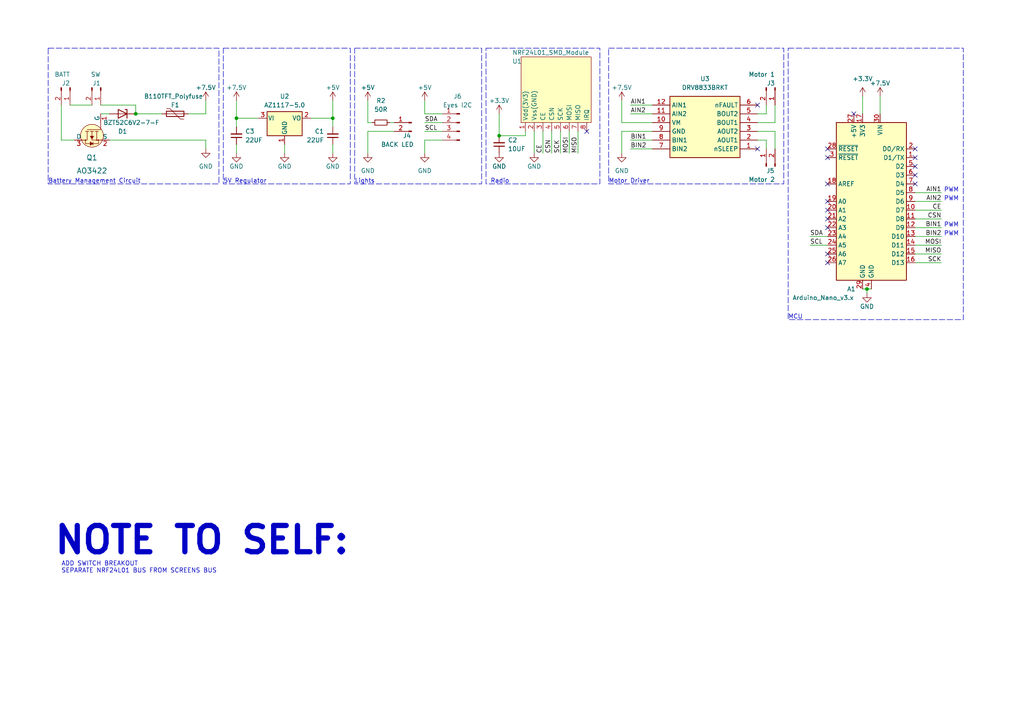
<source format=kicad_sch>
(kicad_sch (version 20230121) (generator eeschema)
  (paper "A4")
  (lib_symbols
    (symbol "Connector:Conn_01x02_Male" (pin_names (offset 1.016) hide)
      (property "Reference" "J" (at 0 2.54 0))
      (property "Value" "Conn_01x02_Male" (at 0 -5.08 0))
      (symbol "Conn_01x02_Male_1_1"
        (polyline (pts (xy 1.27 -2.54) (xy 0.8636 -2.54)) (stroke (width 0.1524)))
        (polyline (pts (xy 1.27 0) (xy 0.8636 0)) (stroke (width 0.1524)))
        (rectangle (start 0.8636 -2.413) (end 0 -2.667) (stroke (width 0.1524)) (fill (type outline)))
        (rectangle (start 0.8636 0.127) (end 0 -0.127) (stroke (width 0.1524)) (fill (type outline)))
        (pin passive line (at 5.08 0 180) (length 3.81) (name "Pin_1") (number "1"))
        (pin passive line (at 5.08 -2.54 180) (length 3.81) (name "Pin_2") (number "2"))
      )
    )
    (symbol "Connector:Conn_01x04_Pin" (pin_names (offset 1.016) hide)
      (property "Reference" "J" (at 0 5.08 0))
      (property "Value" "Conn_01x04_Pin" (at 0 -7.62 0))
      (symbol "Conn_01x04_Pin_1_1"
        (polyline (pts (xy 1.27 -5.08) (xy 0.8636 -5.08)) (stroke (width 0.1524)))
        (polyline (pts (xy 1.27 -2.54) (xy 0.8636 -2.54)) (stroke (width 0.1524)))
        (polyline (pts (xy 1.27 0) (xy 0.8636 0)) (stroke (width 0.1524)))
        (polyline (pts (xy 1.27 2.54) (xy 0.8636 2.54)) (stroke (width 0.1524)))
        (rectangle (start 0.8636 -4.953) (end 0 -5.207) (stroke (width 0.1524)) (fill (type outline)))
        (rectangle (start 0.8636 -2.413) (end 0 -2.667) (stroke (width 0.1524)) (fill (type outline)))
        (rectangle (start 0.8636 0.127) (end 0 -0.127) (stroke (width 0.1524)) (fill (type outline)))
        (rectangle (start 0.8636 2.667) (end 0 2.413) (stroke (width 0.1524)) (fill (type outline)))
        (pin passive line (at 5.08 2.54 180) (length 3.81) (name "Pin_1") (number "1"))
        (pin passive line (at 5.08 0 180) (length 3.81) (name "Pin_2") (number "2"))
        (pin passive line (at 5.08 -2.54 180) (length 3.81) (name "Pin_3") (number "3"))
        (pin passive line (at 5.08 -5.08 180) (length 3.81) (name "Pin_4") (number "4"))
      )
    )
    (symbol "DRV8833BRKT:DRV8833BRKT"
      (property "Reference" "U" (at 0 12.7 0))
      (property "Value" "DRV8833BRKT" (at 0 10.16 0))
      (symbol "DRV8833BRKT_0_1"
        (rectangle (start -10.16 8.89) (end 10.16 -8.89) (stroke (width 0.254)) (fill (type background)))
      )
      (symbol "DRV8833BRKT_1_1"
        (pin input line (at -15.24 6.35 0) (length 5.08) (name "nSLEEP") (number "1"))
        (pin power_in line (at 15.24 -1.27 180) (length 5.08) (name "VM") (number "10"))
        (pin input line (at 15.24 -3.81 180) (length 5.08) (name "AIN2") (number "11"))
        (pin input line (at 15.24 -6.35 180) (length 5.08) (name "AIN1") (number "12"))
        (pin power_out line (at -15.24 3.81 0) (length 5.08) (name "AOUT1") (number "2"))
        (pin power_out line (at -15.24 1.27 0) (length 5.08) (name "AOUT2") (number "3"))
        (pin power_out line (at -15.24 -1.27 0) (length 5.08) (name "BOUT1") (number "4"))
        (pin power_out line (at -15.24 -3.81 0) (length 5.08) (name "BOUT2") (number "5"))
        (pin open_collector line (at -15.24 -6.35 0) (length 5.08) (name "nFAULT") (number "6"))
        (pin input line (at 15.24 6.35 180) (length 5.08) (name "BIN2") (number "7"))
        (pin input line (at 15.24 3.81 180) (length 5.08) (name "BIN1") (number "8"))
        (pin power_in line (at 15.24 1.27 180) (length 5.08) (name "GND") (number "9"))
      )
    )
    (symbol "Device:C_Small" (pin_numbers hide) (pin_names (offset 0.254) hide)
      (property "Reference" "C" (at 0.254 1.778 0))
      (property "Value" "C_Small" (at 0.254 -2.032 0))
      (symbol "C_Small_0_1"
        (polyline (pts (xy -1.524 -0.508) (xy 1.524 -0.508)) (stroke (width 0.3302)))
        (polyline (pts (xy -1.524 0.508) (xy 1.524 0.508)) (stroke (width 0.3048)))
      )
      (symbol "C_Small_1_1"
        (pin passive line (at 0 2.54 270) (length 2.032) (name "~") (number "1"))
        (pin passive line (at 0 -2.54 90) (length 2.032) (name "~") (number "2"))
      )
    )
    (symbol "Device:D_Zener" (pin_numbers hide) (pin_names (offset 1.016) hide)
      (property "Reference" "D" (at 0 2.54 0))
      (property "Value" "D_Zener" (at 0 -2.54 0))
      (symbol "D_Zener_0_1"
        (polyline (pts (xy 1.27 0) (xy -1.27 0)))
        (polyline (pts (xy -1.27 -1.27) (xy -1.27 1.27) (xy -0.762 1.27)) (stroke (width 0.254)))
        (polyline (pts (xy 1.27 -1.27) (xy 1.27 1.27) (xy -1.27 0) (xy 1.27 -1.27)) (stroke (width 0.254)))
      )
      (symbol "D_Zener_1_1"
        (pin passive line (at -3.81 0 0) (length 2.54) (name "K") (number "1"))
        (pin passive line (at 3.81 0 180) (length 2.54) (name "A") (number "2"))
      )
    )
    (symbol "Device:Polyfuse" (pin_numbers hide) (pin_names (offset 0))
      (property "Reference" "F" (at -2.54 0 90))
      (property "Value" "Polyfuse" (at 2.54 0 90))
      (symbol "Polyfuse_0_1"
        (rectangle (start -0.762 2.54) (end 0.762 -2.54) (stroke (width 0.254)))
        (polyline (pts (xy 0 2.54) (xy 0 -2.54)))
        (polyline (pts (xy -1.524 2.54) (xy -1.524 1.524) (xy 1.524 -1.524) (xy 1.524 -2.54)))
      )
      (symbol "Polyfuse_1_1"
        (pin passive line (at 0 3.81 270) (length 1.27) (name "~") (number "1"))
        (pin passive line (at 0 -3.81 90) (length 1.27) (name "~") (number "2"))
      )
    )
    (symbol "Device:R_Small" (pin_numbers hide) (pin_names (offset 0.254) hide)
      (property "Reference" "R" (at 0.762 0.508 0))
      (property "Value" "R_Small" (at 0.762 -1.016 0))
      (symbol "R_Small_0_1"
        (rectangle (start -0.762 1.778) (end 0.762 -1.778) (stroke (width 0.2032)))
      )
      (symbol "R_Small_1_1"
        (pin passive line (at 0 2.54 270) (length 0.762) (name "~") (number "1"))
        (pin passive line (at 0 -2.54 90) (length 0.762) (name "~") (number "2"))
      )
    )
    (symbol "MCU_Module:Arduino_Nano_v3.x"
      (property "Reference" "A" (at -10.16 23.495 0))
      (property "Value" "Arduino_Nano_v3.x" (at 5.08 -24.13 0))
      (symbol "Arduino_Nano_v3.x_0_1"
        (rectangle (start -10.16 22.86) (end 10.16 -22.86) (stroke (width 0.254)) (fill (type background)))
      )
      (symbol "Arduino_Nano_v3.x_1_1"
        (pin bidirectional line (at -12.7 12.7 0) (length 2.54) (name "D1/TX") (number "1"))
        (pin bidirectional line (at -12.7 -2.54 0) (length 2.54) (name "D7") (number "10"))
        (pin bidirectional line (at -12.7 -5.08 0) (length 2.54) (name "D8") (number "11"))
        (pin bidirectional line (at -12.7 -7.62 0) (length 2.54) (name "D9") (number "12"))
        (pin bidirectional line (at -12.7 -10.16 0) (length 2.54) (name "D10") (number "13"))
        (pin bidirectional line (at -12.7 -12.7 0) (length 2.54) (name "D11") (number "14"))
        (pin bidirectional line (at -12.7 -15.24 0) (length 2.54) (name "D12") (number "15"))
        (pin bidirectional line (at -12.7 -17.78 0) (length 2.54) (name "D13") (number "16"))
        (pin power_out line (at 2.54 25.4 270) (length 2.54) (name "3V3") (number "17"))
        (pin input line (at 12.7 5.08 180) (length 2.54) (name "AREF") (number "18"))
        (pin bidirectional line (at 12.7 0 180) (length 2.54) (name "A0") (number "19"))
        (pin bidirectional line (at -12.7 15.24 0) (length 2.54) (name "D0/RX") (number "2"))
        (pin bidirectional line (at 12.7 -2.54 180) (length 2.54) (name "A1") (number "20"))
        (pin bidirectional line (at 12.7 -5.08 180) (length 2.54) (name "A2") (number "21"))
        (pin bidirectional line (at 12.7 -7.62 180) (length 2.54) (name "A3") (number "22"))
        (pin bidirectional line (at 12.7 -10.16 180) (length 2.54) (name "A4") (number "23"))
        (pin bidirectional line (at 12.7 -12.7 180) (length 2.54) (name "A5") (number "24"))
        (pin bidirectional line (at 12.7 -15.24 180) (length 2.54) (name "A6") (number "25"))
        (pin bidirectional line (at 12.7 -17.78 180) (length 2.54) (name "A7") (number "26"))
        (pin power_out line (at 5.08 25.4 270) (length 2.54) (name "+5V") (number "27"))
        (pin input line (at 12.7 15.24 180) (length 2.54) (name "~{RESET}") (number "28"))
        (pin power_in line (at 2.54 -25.4 90) (length 2.54) (name "GND") (number "29"))
        (pin input line (at 12.7 12.7 180) (length 2.54) (name "~{RESET}") (number "3"))
        (pin power_in line (at -2.54 25.4 270) (length 2.54) (name "VIN") (number "30"))
        (pin power_in line (at 0 -25.4 90) (length 2.54) (name "GND") (number "4"))
        (pin bidirectional line (at -12.7 10.16 0) (length 2.54) (name "D2") (number "5"))
        (pin bidirectional line (at -12.7 7.62 0) (length 2.54) (name "D3") (number "6"))
        (pin bidirectional line (at -12.7 5.08 0) (length 2.54) (name "D4") (number "7"))
        (pin bidirectional line (at -12.7 2.54 0) (length 2.54) (name "D5") (number "8"))
        (pin bidirectional line (at -12.7 0 0) (length 2.54) (name "D6") (number "9"))
      )
    )
    (symbol "RF_Module:NRF24L01_SMD_Module"
      (property "Reference" "U" (at 0 3.81 0))
      (property "Value" "NRF24L01_SMD_Module" (at 0 1.27 0))
      (symbol "NRF24L01_SMD_Module_1_1"
        (rectangle (start -10.16 0) (end 10.16 -19.05) (fill (type background)))
        (pin input line (at -8.89 -21.59 90) (length 2.54) (name "Vdd(3V3)") (number "1"))
        (pin input line (at -6.35 -21.59 90) (length 2.54) (name "Vss(GND)") (number "2"))
        (pin input line (at -3.81 -21.59 90) (length 2.54) (name "CE") (number "3"))
        (pin input line (at -1.27 -21.59 90) (length 2.54) (name "CSN") (number "4"))
        (pin input line (at 1.27 -21.59 90) (length 2.54) (name "SCK") (number "5"))
        (pin input line (at 3.81 -21.59 90) (length 2.54) (name "MOSI") (number "6"))
        (pin input line (at 6.35 -21.59 90) (length 2.54) (name "MISO") (number "7"))
        (pin input line (at 8.89 -21.59 90) (length 2.54) (name "IRQ") (number "8"))
      )
    )
    (symbol "Regulator_Linear:AZ1117-5.0" (pin_names (offset 0.254))
      (property "Reference" "U" (at -3.81 3.175 0))
      (property "Value" "AZ1117-5.0" (at 0 3.175 0))
      (symbol "AZ1117-5.0_0_1"
        (rectangle (start -5.08 1.905) (end 5.08 -5.08) (stroke (width 0.254)) (fill (type background)))
      )
      (symbol "AZ1117-5.0_1_1"
        (pin power_in line (at 0 -7.62 90) (length 2.54) (name "GND") (number "1"))
        (pin power_out line (at 7.62 0 180) (length 2.54) (name "VO") (number "2"))
        (pin power_in line (at -7.62 0 0) (length 2.54) (name "VI") (number "3"))
      )
    )
    (symbol "dk_Transistors-FETs-MOSFETs-Single:AO3401A" (pin_names (offset 0))
      (property "Reference" "Q" (at -2.6924 3.6322 0))
      (property "Value" "AO3401A" (at 3.4544 0 90))
      (symbol "AO3401A_0_1"
        (circle (center -1.27 0) (radius 3.302) (fill (type background)))
        (circle (center 0 -1.905) (radius 0.127))
        (circle (center 0 -1.397) (radius 0.127))
        (polyline (pts (xy 0 -1.397) (xy -2.54 -1.397)))
        (polyline (pts (xy -5.08 -2.54) (xy -3.048 -2.54) (xy -3.048 1.397)))
        (polyline (pts (xy 0 -2.54) (xy 0 0) (xy -2.54 0)))
        (polyline (pts (xy 0 2.54) (xy 0 1.397) (xy -2.54 1.397)))
        (polyline (pts (xy -0.127 -1.905) (xy 1.016 -1.905) (xy 1.016 1.397) (xy 1.016 1.905) (xy -0.127 1.905)))
        (circle (center 0 1.905) (radius 0.127))
      )
      (symbol "AO3401A_1_1"
        (polyline (pts (xy -2.54 -1.397) (xy -2.54 -1.905)))
        (polyline (pts (xy -2.54 -1.397) (xy -2.54 -0.889)))
        (polyline (pts (xy -2.54 0) (xy -2.54 -0.508)))
        (polyline (pts (xy -2.54 0) (xy -2.54 0.508)))
        (polyline (pts (xy -2.54 1.905) (xy -2.54 0.889)))
        (polyline (pts (xy 1.524 -0.3048) (xy 0.508 -0.3048)))
        (polyline (pts (xy -0.381 0) (xy -1.143 0.508) (xy -1.143 -0.508) (xy -0.381 0)) (fill (type outline)))
        (polyline (pts (xy 1.016 -0.254) (xy 0.508 0.508) (xy 1.524 0.508) (xy 1.016 -0.254)) (fill (type outline)))
        (pin bidirectional line (at -7.62 -2.54 0) (length 2.54) (name "G") (number "1"))
        (pin bidirectional line (at 0 -5.08 90) (length 2.54) (name "S") (number "2"))
        (pin bidirectional line (at 0 5.08 270) (length 2.54) (name "D") (number "3"))
      )
    )
    (symbol "power:+3.3V" (power) (pin_names (offset 0))
      (property "Value" "+3.3V" (at 0 3.556 0))
      (symbol "+3.3V_0_1"
        (polyline (pts (xy -0.762 1.27) (xy 0 2.54)))
        (polyline (pts (xy 0 0) (xy 0 2.54)))
        (polyline (pts (xy 0 2.54) (xy 0.762 1.27)))
      )
      (symbol "+3.3V_1_1"
        (pin power_in line (at 0 0 90) (length 0) hide (name "+3.3V") (number "1"))
      )
    )
    (symbol "power:+5V" (power) (pin_names (offset 0))
      (property "Value" "+5V" (at 0 3.556 0))
      (symbol "+5V_0_1"
        (polyline (pts (xy -0.762 1.27) (xy 0 2.54)))
        (polyline (pts (xy 0 0) (xy 0 2.54)))
        (polyline (pts (xy 0 2.54) (xy 0.762 1.27)))
      )
      (symbol "+5V_1_1"
        (pin power_in line (at 0 0 90) (length 0) hide (name "+5V") (number "1"))
      )
    )
    (symbol "power:+7.5V" (power) (pin_names (offset 0))
      (property "Value" "+7.5V" (at 0 3.556 0))
      (symbol "+7.5V_0_1"
        (polyline (pts (xy -0.762 1.27) (xy 0 2.54)))
        (polyline (pts (xy 0 0) (xy 0 2.54)))
        (polyline (pts (xy 0 2.54) (xy 0.762 1.27)))
      )
      (symbol "+7.5V_1_1"
        (pin power_in line (at 0 0 90) (length 0) hide (name "+7.5V") (number "1"))
      )
    )
    (symbol "power:GND" (power) (pin_names (offset 0))
      (property "Value" "GND" (at 0 -3.81 0))
      (symbol "GND_0_1"
        (polyline (pts (xy 0 0) (xy 0 -1.27) (xy 1.27 -1.27) (xy 0 -2.54) (xy -1.27 -1.27) (xy 0 -1.27)))
      )
      (symbol "GND_1_1"
        (pin power_in line (at 0 0 270) (length 0) hide (name "GND") (number "1"))
      )
    )
  )
  (junction (at 144.78 39.37))
  (junction (at 68.58 34.29))
  (junction (at 39.37 33.02))
  (junction (at 96.52 34.29))
  (junction (at 251.46 83.82))
  (no_connect (at 170.18 38.1))
  (no_connect (at 240.03 60.96))
  (no_connect (at 247.65 33.02))
  (no_connect (at 219.71 30.48))
  (no_connect (at 240.03 45.72))
  (no_connect (at 265.43 45.72))
  (no_connect (at 240.03 53.34))
  (no_connect (at 240.03 63.5))
  (no_connect (at 219.71 43.18))
  (no_connect (at 265.43 48.26))
  (no_connect (at 240.03 76.2))
  (no_connect (at 240.03 66.04))
  (no_connect (at 265.43 50.8))
  (no_connect (at 240.03 43.18))
  (no_connect (at 265.43 43.18))
  (no_connect (at 240.03 73.66))
  (no_connect (at 265.43 53.34))
  (no_connect (at 240.03 58.42))
  (wire (pts (xy 251.46 83.82) (xy 251.46 85.09)))
  (wire (pts (xy 222.25 40.64) (xy 222.25 43.18)))
  (wire (pts (xy 31.75 33.02) (xy 29.21 33.02)))
  (wire (pts (xy 123.19 29.21) (xy 123.19 33.02)))
  (wire (pts (xy 265.43 68.58) (xy 273.05 68.58)))
  (wire (pts (xy 157.48 38.1) (xy 157.48 44.45)))
  (wire (pts (xy 182.88 40.64) (xy 189.23 40.64)))
  (wire (pts (xy 250.19 83.82) (xy 251.46 83.82)))
  (wire (pts (xy 123.19 40.64) (xy 123.19 44.45)))
  (wire (pts (xy 234.95 68.58) (xy 240.03 68.58)))
  (wire (pts (xy 265.43 71.12) (xy 273.05 71.12)))
  (wire (pts (xy 265.43 66.04) (xy 273.05 66.04)))
  (wire (pts (xy 90.17 34.29) (xy 96.52 34.29)))
  (wire (pts (xy 128.27 40.64) (xy 123.19 40.64)))
  (wire (pts (xy 265.43 58.42) (xy 273.05 58.42)))
  (wire (pts (xy 21.59 40.64) (xy 17.78 40.64)))
  (wire (pts (xy 106.68 38.1) (xy 114.3 38.1)))
  (wire (pts (xy 265.43 55.88) (xy 273.05 55.88)))
  (wire (pts (xy 224.79 35.56) (xy 224.79 30.48)))
  (wire (pts (xy 59.69 40.64) (xy 59.69 43.18)))
  (wire (pts (xy 106.68 29.21) (xy 106.68 35.56)))
  (wire (pts (xy 167.64 44.45) (xy 167.64 38.1)))
  (wire (pts (xy 219.71 38.1) (xy 224.79 38.1)))
  (wire (pts (xy 250.19 27.94) (xy 250.19 33.02)))
  (wire (pts (xy 219.71 33.02) (xy 222.25 33.02)))
  (wire (pts (xy 219.71 35.56) (xy 224.79 35.56)))
  (wire (pts (xy 180.34 35.56) (xy 189.23 35.56)))
  (wire (pts (xy 29.21 30.48) (xy 39.37 30.48)))
  (wire (pts (xy 96.52 44.45) (xy 96.52 41.91)))
  (wire (pts (xy 123.19 38.1) (xy 128.27 38.1)))
  (wire (pts (xy 219.71 40.64) (xy 222.25 40.64)))
  (wire (pts (xy 154.94 38.1) (xy 154.94 44.45)))
  (wire (pts (xy 180.34 29.21) (xy 180.34 35.56)))
  (wire (pts (xy 17.78 30.48) (xy 17.78 40.64)))
  (wire (pts (xy 165.1 44.45) (xy 165.1 38.1)))
  (wire (pts (xy 82.55 44.45) (xy 82.55 41.91)))
  (wire (pts (xy 68.58 41.91) (xy 68.58 44.45)))
  (wire (pts (xy 39.37 33.02) (xy 46.99 33.02)))
  (wire (pts (xy 59.69 40.64) (xy 31.75 40.64)))
  (wire (pts (xy 222.25 33.02) (xy 222.25 30.48)))
  (wire (pts (xy 144.78 33.02) (xy 144.78 39.37)))
  (wire (pts (xy 255.27 27.94) (xy 255.27 33.02)))
  (wire (pts (xy 96.52 29.21) (xy 96.52 34.29)))
  (wire (pts (xy 59.69 29.21) (xy 59.69 33.02)))
  (wire (pts (xy 96.52 34.29) (xy 96.52 36.83)))
  (wire (pts (xy 224.79 43.18) (xy 224.79 38.1)))
  (wire (pts (xy 160.02 44.45) (xy 160.02 38.1)))
  (wire (pts (xy 180.34 38.1) (xy 180.34 44.45)))
  (wire (pts (xy 182.88 43.18) (xy 189.23 43.18)))
  (wire (pts (xy 152.4 39.37) (xy 144.78 39.37)))
  (wire (pts (xy 265.43 60.96) (xy 273.05 60.96)))
  (wire (pts (xy 39.37 30.48) (xy 39.37 33.02)))
  (wire (pts (xy 182.88 33.02) (xy 189.23 33.02)))
  (wire (pts (xy 180.34 38.1) (xy 189.23 38.1)))
  (wire (pts (xy 68.58 36.83) (xy 68.58 34.29)))
  (wire (pts (xy 265.43 63.5) (xy 273.05 63.5)))
  (wire (pts (xy 68.58 29.21) (xy 68.58 34.29)))
  (wire (pts (xy 59.69 33.02) (xy 54.61 33.02)))
  (wire (pts (xy 251.46 83.82) (xy 252.73 83.82)))
  (wire (pts (xy 106.68 38.1) (xy 106.68 44.45)))
  (wire (pts (xy 182.88 30.48) (xy 189.23 30.48)))
  (wire (pts (xy 162.56 44.45) (xy 162.56 38.1)))
  (wire (pts (xy 123.19 35.56) (xy 128.27 35.56)))
  (wire (pts (xy 234.95 71.12) (xy 240.03 71.12)))
  (wire (pts (xy 265.43 76.2) (xy 273.05 76.2)))
  (wire (pts (xy 20.32 30.48) (xy 26.67 30.48)))
  (wire (pts (xy 106.68 35.56) (xy 107.95 35.56)))
  (wire (pts (xy 128.27 33.02) (xy 123.19 33.02)))
  (wire (pts (xy 265.43 73.66) (xy 273.05 73.66)))
  (wire (pts (xy 68.58 34.29) (xy 74.93 34.29)))
  (wire (pts (xy 114.3 35.56) (xy 113.03 35.56)))
  (wire (pts (xy 152.4 38.1) (xy 152.4 39.37)))
  (rectangle (start 228.6 13.97) (end 279.4 92.71) (stroke (width 0) (type dash)))
  (rectangle (start 102.87 13.97) (end 139.7 53.34) (stroke (width 0) (type dash)))
  (rectangle (start 13.97 13.97) (end 63.5 53.34) (stroke (width 0) (type dash)))
  (rectangle (start 140.97 13.97) (end 173.99 53.34) (stroke (width 0) (type dash)))
  (rectangle (start 64.77 13.97) (end 101.6 53.34) (stroke (width 0) (type dash)))
  (rectangle (start 176.53 13.97) (end 227.33 53.34) (stroke (width 0) (type dash)))
  (text "PWM" (at 278.13 68.58 0) (effects (font (size 1.27 1.27)) (justify right bottom)))
  (text "NOTE TO SELF:" (at 15.24 161.29 0) (effects (font (size 7.62 7.62) (thickness 1.524) bold) (justify left bottom)))
  (text "ADD SWITCH BREAKOUT\nSEPARATE NRF24L01 BUS FROM SCREENS BUS" (at 17.78 166.37 0) (effects (font (size 1.27 1.27)) (justify left bottom)))
  (text "5V Regulator" (at 64.77 53.34 0) (effects (font (size 1.27 1.27)) (justify left bottom)))
  (text "Radio" (at 142.24 53.34 0) (effects (font (size 1.27 1.27)) (justify left bottom)))
  (text "PWM" (at 278.13 66.04 0) (effects (font (size 1.27 1.27)) (justify right bottom)))
  (text "PWM" (at 278.13 55.88 0) (effects (font (size 1.27 1.27)) (justify right bottom)))
  (text "Battery Management Circuit" (at 13.97 53.34 0) (effects (font (size 1.27 1.27)) (justify left bottom)))
  (text "MCU" (at 228.6 92.71 0) (effects (font (size 1.27 1.27)) (justify left bottom)))
  (text "PWM" (at 278.13 58.42 0) (effects (font (size 1.27 1.27)) (justify right bottom)))
  (text "Lights" (at 102.87 53.34 0) (effects (font (size 1.27 1.27)) (justify left bottom)))
  (text "Motor Driver" (at 176.53 53.34 0) (effects (font (size 1.27 1.27)) (justify left bottom)))
  (label "SCL" (at 234.95 71.12 0))
  (label "CE" (at 157.48 44.45 90))
  (label "SCK" (at 162.56 44.45 90))
  (label "BIN2" (at 182.88 43.18 0))
  (label "SCK" (at 273.05 76.2 180))
  (label "SCL" (at 123.19 38.1 0))
  (label "AIN2" (at 273.05 58.42 180))
  (label "BIN2" (at 273.05 68.58 180))
  (label "SDA" (at 234.95 68.58 0))
  (label "BIN1" (at 273.05 66.04 180))
  (label "AIN1" (at 273.05 55.88 180))
  (label "CSN" (at 160.02 44.45 90))
  (label "AIN1" (at 182.88 30.48 0))
  (label "SDA" (at 123.19 35.56 0))
  (label "MOSI" (at 165.1 44.45 90))
  (label "MOSI" (at 273.05 71.12 180))
  (label "CE" (at 273.05 60.96 180))
  (label "AIN2" (at 182.88 33.02 0))
  (label "CSN" (at 273.05 63.5 180))
  (label "MISO" (at 273.05 73.66 180))
  (label "MISO" (at 167.64 44.45 90))
  (label "BIN1" (at 182.88 40.64 0))
  (symbol (lib_id "power:GND") (at 106.68 44.45 0) (unit 1)
    (property "Reference" "#PWR0105" (effects hide))
    (property "Value" "GND" (at 106.68 49.53 0))
  )
  (symbol (lib_id "Connector:Conn_01x02_Male") (at 224.79 25.4 270) (unit 1)
    (property "Reference" "J3" (at 224.79 24.13 90) (effects (justify right)))
    (property "Value" "Motor 1" (at 224.79 21.59 90) (effects (justify right)))
    (property "Footprint" "Connector_PinHeader_2.54mm:PinHeader_1x02_P2.54mm_Vertical" (effects hide))
  )
  (symbol (lib_id "Connector:Conn_01x02_Male") (at 222.25 48.26 90) (unit 1)
    (property "Reference" "J5" (at 222.25 49.53 90) (effects (justify right)))
    (property "Value" "Motor 2" (at 224.79 52.07 90) (effects (justify left)))
    (property "Footprint" "Connector_PinHeader_2.54mm:PinHeader_1x02_P2.54mm_Vertical" (effects hide))
  )
  (symbol (lib_id "dk_Transistors-FETs-MOSFETs-Single:AO3401A") (at 26.67 40.64 90) (mirror x) (unit 1)
    (property "Reference" "Q1" (at 26.67 45.72 90) (effects (font (size 1.524 1.524))))
    (property "Value" "AO3422" (at 26.67 49.53 90) (effects (font (size 1.524 1.524))))
    (property "Footprint" "digikey-footprints:SOT-23-3" (effects hide))
    (property "Datasheet" "http://aosmd.com/res/data_sheets/AO3401A.pdf" (effects hide))
    (property "Digi-Key_PN" "785-1001-1-ND" (effects hide))
    (property "MPN" "AO3401A" (effects hide))
    (property "Category" "Discrete Semiconductor Products" (effects hide))
    (property "Family" "Transistors - FETs, MOSFETs - Single" (effects hide))
    (property "DK_Datasheet_Link" "http://aosmd.com/res/data_sheets/AO3401A.pdf" (effects hide))
    (property "DK_Detail_Page" "/product-detail/en/alpha-omega-semiconductor-inc/AO3401A/785-1001-1-ND/1855943" (effects hide))
    (property "Description" "MOSFET P-CH 30V 4A SOT23" (effects hide))
    (property "Manufacturer" "Alpha & Omega Semiconductor Inc." (effects hide))
    (property "Status" "Active" (effects hide))
  )
  (symbol (lib_id "power:+7.5V") (at 255.27 27.94 0) (unit 1)
    (property "Reference" "#PWR011" (effects hide))
    (property "Value" "+7.5V" (at 255.27 24.13 0))
  )
  (symbol (lib_id "power:+7.5V") (at 68.58 29.21 0) (unit 1)
    (property "Reference" "#PWR02" (effects hide))
    (property "Value" "+7.5V" (at 68.58 25.4 0))
  )
  (symbol (lib_id "power:GND") (at 59.69 43.18 0) (unit 1)
    (property "Reference" "#PWR0108" (effects hide))
    (property "Value" "GND" (at 59.69 48.26 0))
  )
  (symbol (lib_id "power:GND") (at 251.46 85.09 0) (unit 1)
    (property "Reference" "#PWR0116" (effects hide))
    (property "Value" "GND" (at 251.46 88.9 0))
  )
  (symbol (lib_id "power:+5V") (at 123.19 29.21 0) (mirror y) (unit 1)
    (property "Reference" "#PWR08" (effects hide))
    (property "Value" "+5V" (at 123.19 25.4 0))
  )
  (symbol (lib_id "power:+3.3V") (at 144.78 33.02 0) (unit 1)
    (property "Reference" "#PWR04" (effects hide))
    (property "Value" "+3.3V" (at 144.78 29.21 0))
  )
  (symbol (lib_id "Device:C_Small") (at 68.58 39.37 180) (unit 1)
    (property "Reference" "C3" (at 71.12 38.0935 0) (effects (justify right)))
    (property "Value" "22UF" (at 71.12 40.64 0) (effects (justify right)))
    (property "Footprint" "Capacitor_SMD:C_0805_2012Metric_Pad1.18x1.45mm_HandSolder" (effects hide))
  )
  (symbol (lib_id "Device:D_Zener") (at 35.56 33.02 0) (mirror y) (unit 1)
    (property "Reference" "D1" (at 35.56 38.1 0))
    (property "Value" "BZT52C6V2-7-F" (at 38.1 35.56 0))
    (property "Footprint" "Diode_SMD:D_SOD-123" (effects hide))
  )
  (symbol (lib_id "power:GND") (at 96.52 44.45 0) (mirror y) (unit 1)
    (property "Reference" "#PWR0104" (effects hide))
    (property "Value" "GND" (at 96.52 48.26 0))
  )
  (symbol (lib_id "power:+7.5V") (at 180.34 29.21 0) (unit 1)
    (property "Reference" "#PWR0102" (effects hide))
    (property "Value" "+7.5V" (at 180.34 25.4 0))
  )
  (symbol (lib_id "power:GND") (at 82.55 44.45 0) (mirror y) (unit 1)
    (property "Reference" "#PWR06" (effects hide))
    (property "Value" "GND" (at 82.55 48.26 0))
  )
  (symbol (lib_id "Device:Polyfuse") (at 50.8 33.02 90) (mirror x) (unit 1)
    (property "Reference" "F1" (at 50.8 30.48 90))
    (property "Value" "B110TFT_Polyfuse " (at 50.8 27.94 90))
    (property "Footprint" "Fuse:Fuse_1206_3216Metric" (effects hide))
  )
  (symbol (lib_id "RF_Module:NRF24L01_SMD_Module") (at 161.29 16.51 0) (unit 1)
    (property "Reference" "U1" (at 148.59 17.78 0) (effects (justify left)))
    (property "Value" "NRF24L01_SMD_Module" (at 148.59 15.24 0) (effects (justify left)))
    (property "Footprint" "RF_Module:NRF24L01_SMD_Module" (effects hide))
  )
  (symbol (lib_id "power:GND") (at 180.34 44.45 0) (mirror y) (unit 1)
    (property "Reference" "#PWR0101" (effects hide))
    (property "Value" "GND" (at 180.34 49.53 0))
  )
  (symbol (lib_id "MCU_Module:Arduino_Nano_v3.x") (at 252.73 58.42 0) (mirror y) (unit 1)
    (property "Reference" "A1" (at 248.1706 83.82 0) (effects (justify left)))
    (property "Value" "Arduino_Nano_v3.x" (at 247.65 86.36 0) (effects (justify left)))
    (property "Footprint" "Module:Arduino_Nano" (effects hide))
    (property "Datasheet" "http://www.mouser.com/pdfdocs/Gravitech_Arduino_Nano3_0.pdf" (effects hide))
  )
  (symbol (lib_id "power:GND") (at 154.94 44.45 0) (unit 1)
    (property "Reference" "#PWR015" (effects hide))
    (property "Value" "GND" (at 154.94 48.26 0))
  )
  (symbol (lib_id "Device:C_Small") (at 96.52 39.37 180) (unit 1)
    (property "Reference" "C1" (at 93.98 38.1 0) (effects (justify left)))
    (property "Value" "22UF" (at 93.98 40.64 0) (effects (justify left)))
    (property "Footprint" "Capacitor_SMD:C_0805_2012Metric_Pad1.18x1.45mm_HandSolder" (effects hide))
  )
  (symbol (lib_id "Regulator_Linear:AZ1117-5.0") (at 82.55 34.29 0) (unit 1)
    (property "Reference" "U2" (at 82.55 27.94 0))
    (property "Value" "AZ1117-5.0" (at 82.55 30.48 0))
    (property "Footprint" "Package_TO_SOT_SMD:SOT-223-3_TabPin2" (effects hide))
    (property "Datasheet" "https://www.diodes.com/assets/Datasheets/AZ1117.pdf" (effects hide))
  )
  (symbol (lib_id "power:+5V") (at 106.68 29.21 0) (unit 1)
    (property "Reference" "#PWR05" (effects hide))
    (property "Value" "+5V" (at 106.68 25.4 0))
  )
  (symbol (lib_id "power:+7.5V") (at 59.69 29.21 0) (mirror y) (unit 1)
    (property "Reference" "#PWR01" (effects hide))
    (property "Value" "+7.5V" (at 59.69 25.4 0))
  )
  (symbol (lib_id "Connector:Conn_01x02_Male") (at 119.38 35.56 0) (mirror y) (unit 1)
    (property "Reference" "J4" (at 116.84 39.37 0) (effects (justify right)))
    (property "Value" "BACK LED" (at 110.49 41.91 0) (effects (justify right)))
    (property "Footprint" "Connector_PinHeader_2.54mm:PinHeader_1x02_P2.54mm_Vertical" (effects hide))
  )
  (symbol (lib_id "power:+3.3V") (at 250.19 27.94 0) (unit 1)
    (property "Reference" "#PWR010" (effects hide))
    (property "Value" "+3.3V" (at 250.19 22.86 0))
  )
  (symbol (lib_id "Device:R_Small") (at 110.49 35.56 90) (unit 1)
    (property "Reference" "R2" (at 110.49 29.21 90))
    (property "Value" "50R" (at 110.49 31.75 90))
    (property "Footprint" "Resistor_SMD:R_0805_2012Metric" (effects hide))
  )
  (symbol (lib_id "Device:C_Small") (at 144.78 41.91 0) (mirror x) (unit 1)
    (property "Reference" "C2" (at 147.32 40.64 0) (effects (justify left)))
    (property "Value" "10UF" (at 147.32 43.18 0) (effects (justify left)))
    (property "Footprint" "Capacitor_SMD:C_0805_2012Metric_Pad1.18x1.45mm_HandSolder" (effects hide))
  )
  (symbol (lib_id "Connector:Conn_01x02_Male") (at 20.32 25.4 270) (unit 1)
    (property "Reference" "J2" (at 20.32 24.13 90) (effects (justify right)))
    (property "Value" "BATT" (at 20.32 21.59 90) (effects (justify right)))
    (property "Footprint" "Connector_PinHeader_2.54mm:PinHeader_1x02_P2.54mm_Vertical" (effects hide))
  )
  (symbol (lib_id "DRV8833BRKT:DRV8833BRKT") (at 204.47 36.83 180) (unit 1)
    (property "Reference" "U3" (at 204.47 22.86 0))
    (property "Value" "DRV8833BRKT" (at 204.47 25.4 0))
    (property "Footprint" "DRV8833BRKT:DRV8833BRKT" (effects hide))
  )
  (symbol (lib_id "Connector:Conn_01x02_Male") (at 29.21 25.4 270) (unit 1)
    (property "Reference" "J1" (at 29.21 24.13 90) (effects (justify right)))
    (property "Value" "SW" (at 29.21 21.59 90) (effects (justify right)))
    (property "Footprint" "Connector_PinHeader_2.54mm:PinHeader_1x02_P2.54mm_Vertical" (effects hide))
  )
  (symbol (lib_id "power:+5V") (at 96.52 29.21 0) (unit 1)
    (property "Reference" "#PWR0103" (effects hide))
    (property "Value" "+5V" (at 96.52 25.4 0))
  )
  (symbol (lib_id "power:GND") (at 68.58 44.45 0) (mirror y) (unit 1)
    (property "Reference" "#PWR03" (effects hide))
    (property "Value" "GND" (at 68.58 48.26 0))
  )
  (symbol (lib_id "power:GND") (at 144.78 44.45 0) (unit 1)
    (property "Reference" "#PWR014" (effects hide))
    (property "Value" "GND" (at 144.78 48.26 0))
  )
  (symbol (lib_id "power:GND") (at 123.19 44.45 0) (mirror y) (unit 1)
    (property "Reference" "#PWR09" (effects hide))
    (property "Value" "GND" (at 123.19 49.53 0))
  )
  (symbol (lib_id "Connector:Conn_01x04_Pin") (at 133.35 35.56 0) (mirror y) (unit 1)
    (property "Reference" "J6" (at 132.715 27.94 0))
    (property "Value" "Eyes I2C" (at 132.715 30.48 0))
  )
)
</source>
